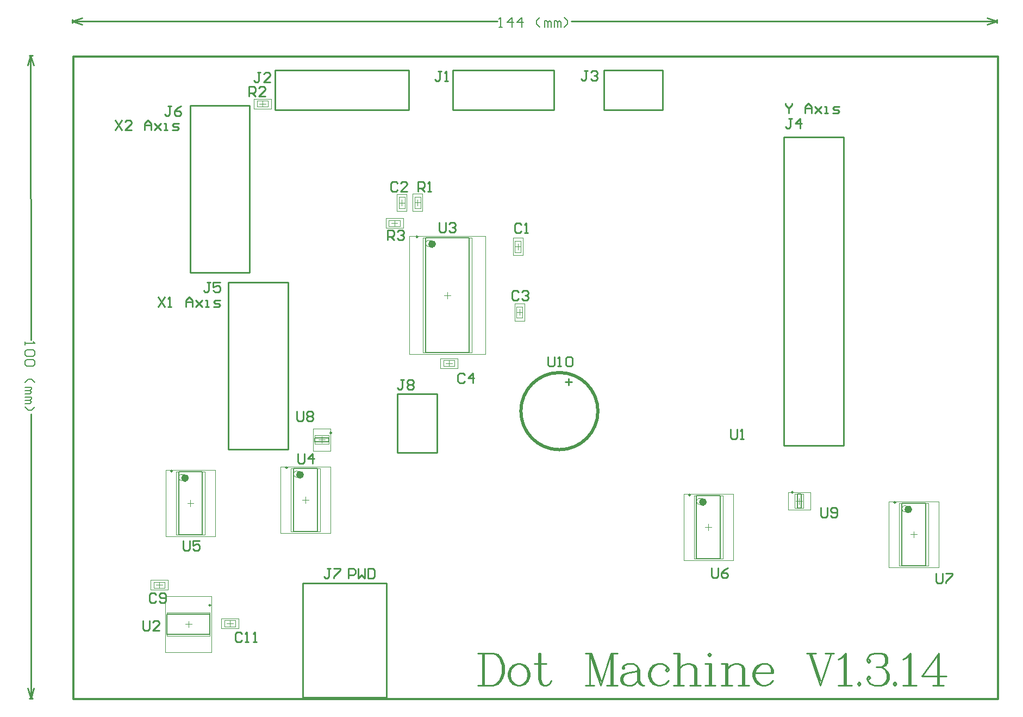
<source format=gto>
%FSLAX42Y42*%
%MOMM*%
G71*
G01*
G75*
%ADD10O,1.40X0.45*%
%ADD11R,0.40X0.80*%
%ADD12R,1.00X0.90*%
%ADD13R,0.90X1.00*%
%ADD14R,0.80X0.40*%
%ADD15O,1.90X0.60*%
%ADD16R,0.90X2.25*%
%ADD17R,3.25X2.25*%
%ADD18C,0.25*%
%ADD19C,0.40*%
%ADD20C,0.30*%
%ADD21C,0.80*%
%ADD22C,0.50*%
%ADD23C,0.10*%
%ADD24C,0.05*%
%ADD25C,0.15*%
%ADD26C,1.50*%
%ADD27C,5.00*%
%ADD28C,2.00*%
%ADD29C,1.27*%
%ADD30C,6.00*%
%ADD31C,0.60*%
%ADD32C,0.25*%
%ADD33C,0.20*%
D18*
X3574Y1806D02*
X4879D01*
X3574Y28D02*
X4879D01*
X3574D02*
Y1806D01*
X4879Y28D02*
Y1806D01*
X5911Y9164D02*
X7485D01*
Y9784D01*
X5911Y9164D02*
Y9784D01*
X7485D01*
X3147Y9164D02*
X5225D01*
X3147Y9784D02*
X5225D01*
Y9164D02*
Y9784D01*
X3147Y9164D02*
Y9784D01*
X8263Y9164D02*
X9177D01*
Y9784D01*
X8263Y9164D02*
Y9784D01*
X9177D01*
X5050Y3836D02*
Y4751D01*
Y3836D02*
X5670D01*
X5050Y4751D02*
X5670D01*
Y3836D02*
Y4751D01*
X1819Y6638D02*
X2746D01*
X1819Y9238D02*
X2746D01*
X1819Y6638D02*
Y9238D01*
X2746Y6638D02*
Y9238D01*
X2417Y3883D02*
X3344D01*
X2417Y6482D02*
X3344D01*
X2417Y3883D02*
Y6482D01*
X3344Y3883D02*
Y6482D01*
X11996Y3947D02*
Y8747D01*
X11069Y3947D02*
Y8747D01*
X11996D01*
X11069Y3947D02*
X11996D01*
X9945Y2040D02*
Y1913D01*
X9970Y1888D01*
X10021D01*
X10047Y1913D01*
Y2040D01*
X10199D02*
X10148Y2014D01*
X10097Y1964D01*
Y1913D01*
X10123Y1888D01*
X10174D01*
X10199Y1913D01*
Y1938D01*
X10174Y1964D01*
X10097D01*
X13435Y1957D02*
Y1830D01*
X13460Y1805D01*
X13511D01*
X13537Y1830D01*
Y1957D01*
X13587D02*
X13689D01*
Y1932D01*
X13587Y1830D01*
Y1805D01*
X10240Y4195D02*
Y4068D01*
X10265Y4042D01*
X10316D01*
X10342Y4068D01*
Y4195D01*
X10392Y4042D02*
X10443D01*
X10418D01*
Y4195D01*
X10392Y4169D01*
X3483Y4477D02*
Y4350D01*
X3508Y4325D01*
X3559D01*
X3584Y4350D01*
Y4477D01*
X3635Y4452D02*
X3660Y4477D01*
X3711D01*
X3736Y4452D01*
Y4427D01*
X3711Y4401D01*
X3736Y4376D01*
Y4350D01*
X3711Y4325D01*
X3660D01*
X3635Y4350D01*
Y4376D01*
X3660Y4401D01*
X3635Y4427D01*
Y4452D01*
X3660Y4401D02*
X3711D01*
X4009Y2030D02*
X3958D01*
X3984D01*
Y1903D01*
X3958Y1877D01*
X3933D01*
X3908Y1903D01*
X4060Y2030D02*
X4161D01*
Y2004D01*
X4060Y1903D01*
Y1877D01*
X1087Y1219D02*
Y1092D01*
X1113Y1067D01*
X1163D01*
X1189Y1092D01*
Y1219D01*
X1341Y1067D02*
X1239D01*
X1341Y1168D01*
Y1194D01*
X1316Y1219D01*
X1265D01*
X1239Y1194D01*
X11640Y2982D02*
Y2855D01*
X11665Y2830D01*
X11716D01*
X11742Y2855D01*
Y2982D01*
X11792Y2855D02*
X11818Y2830D01*
X11869D01*
X11894Y2855D01*
Y2957D01*
X11869Y2982D01*
X11818D01*
X11792Y2957D01*
Y2932D01*
X11818Y2906D01*
X11894D01*
X7397Y5328D02*
Y5201D01*
X7423Y5176D01*
X7473D01*
X7499Y5201D01*
Y5328D01*
X7550Y5176D02*
X7600D01*
X7575D01*
Y5328D01*
X7550Y5303D01*
X7677D02*
X7702Y5328D01*
X7753D01*
X7778Y5303D01*
Y5201D01*
X7753Y5176D01*
X7702D01*
X7677Y5201D01*
Y5303D01*
X1715Y2464D02*
Y2337D01*
X1740Y2311D01*
X1791D01*
X1816Y2337D01*
Y2464D01*
X1968D02*
X1867D01*
Y2388D01*
X1918Y2413D01*
X1943D01*
X1968Y2388D01*
Y2337D01*
X1943Y2311D01*
X1892D01*
X1867Y2337D01*
X3495Y3817D02*
Y3690D01*
X3520Y3665D01*
X3571D01*
X3597Y3690D01*
Y3817D01*
X3724Y3665D02*
Y3817D01*
X3647Y3741D01*
X3749D01*
X5702Y7417D02*
Y7290D01*
X5728Y7264D01*
X5778D01*
X5804Y7290D01*
Y7417D01*
X5855Y7391D02*
X5880Y7417D01*
X5931D01*
X5956Y7391D01*
Y7366D01*
X5931Y7341D01*
X5905D01*
X5931D01*
X5956Y7315D01*
Y7290D01*
X5931Y7264D01*
X5880D01*
X5855Y7290D01*
X4892Y7148D02*
Y7300D01*
X4968D01*
X4994Y7275D01*
Y7224D01*
X4968Y7198D01*
X4892D01*
X4943D02*
X4994Y7148D01*
X5044Y7275D02*
X5070Y7300D01*
X5121D01*
X5146Y7275D01*
Y7249D01*
X5121Y7224D01*
X5095D01*
X5121D01*
X5146Y7198D01*
Y7173D01*
X5121Y7148D01*
X5070D01*
X5044Y7173D01*
X8014Y9779D02*
X7963D01*
X7988D01*
Y9652D01*
X7963Y9627D01*
X7937D01*
X7912Y9652D01*
X8064Y9754D02*
X8090Y9779D01*
X8141D01*
X8166Y9754D01*
Y9728D01*
X8141Y9703D01*
X8115D01*
X8141D01*
X8166Y9677D01*
Y9652D01*
X8141Y9627D01*
X8090D01*
X8064Y9652D01*
X2740Y9378D02*
Y9530D01*
X2816D01*
X2842Y9504D01*
Y9454D01*
X2816Y9428D01*
X2740D01*
X2791D02*
X2842Y9378D01*
X2994D02*
X2892D01*
X2994Y9479D01*
Y9504D01*
X2969Y9530D01*
X2918D01*
X2892Y9504D01*
X6975Y7381D02*
X6949Y7407D01*
X6899D01*
X6873Y7381D01*
Y7280D01*
X6899Y7254D01*
X6949D01*
X6975Y7280D01*
X7026Y7254D02*
X7076D01*
X7051D01*
Y7407D01*
X7026Y7381D01*
X5052Y8029D02*
X5027Y8054D01*
X4976D01*
X4950Y8029D01*
Y7927D01*
X4976Y7902D01*
X5027D01*
X5052Y7927D01*
X5204Y7902D02*
X5103D01*
X5204Y8004D01*
Y8029D01*
X5179Y8054D01*
X5128D01*
X5103Y8029D01*
X6939Y6329D02*
X6914Y6355D01*
X6863D01*
X6838Y6329D01*
Y6228D01*
X6863Y6203D01*
X6914D01*
X6939Y6228D01*
X6990Y6329D02*
X7015Y6355D01*
X7066D01*
X7091Y6329D01*
Y6304D01*
X7066Y6279D01*
X7041D01*
X7066D01*
X7091Y6253D01*
Y6228D01*
X7066Y6203D01*
X7015D01*
X6990Y6228D01*
X6094Y5044D02*
X6069Y5070D01*
X6018D01*
X5992Y5044D01*
Y4943D01*
X6018Y4917D01*
X6069D01*
X6094Y4943D01*
X6221Y4917D02*
Y5070D01*
X6145Y4994D01*
X6246D01*
X5733Y9769D02*
X5682D01*
X5707D01*
Y9642D01*
X5682Y9616D01*
X5657D01*
X5631Y9642D01*
X5784Y9616D02*
X5834D01*
X5809D01*
Y9769D01*
X5784Y9743D01*
X5370Y7899D02*
Y8052D01*
X5446D01*
X5471Y8026D01*
Y7976D01*
X5446Y7950D01*
X5370D01*
X5420D02*
X5471Y7899D01*
X5522D02*
X5573D01*
X5547D01*
Y8052D01*
X5522Y8026D01*
X2918Y9756D02*
X2868D01*
X2893D01*
Y9629D01*
X2868Y9604D01*
X2842D01*
X2817Y9629D01*
X3071Y9604D02*
X2969D01*
X3071Y9705D01*
Y9731D01*
X3045Y9756D01*
X2995D01*
X2969Y9731D01*
X1289Y1627D02*
X1264Y1652D01*
X1213D01*
X1188Y1627D01*
Y1525D01*
X1213Y1500D01*
X1264D01*
X1289Y1525D01*
X1340D02*
X1365Y1500D01*
X1416D01*
X1441Y1525D01*
Y1627D01*
X1416Y1652D01*
X1365D01*
X1340Y1627D01*
Y1602D01*
X1365Y1576D01*
X1441D01*
X2624Y1012D02*
X2599Y1037D01*
X2548D01*
X2523Y1012D01*
Y910D01*
X2548Y885D01*
X2599D01*
X2624Y910D01*
X2675Y885D02*
X2726D01*
X2700D01*
Y1037D01*
X2675Y1012D01*
X2802Y885D02*
X2853D01*
X2827D01*
Y1037D01*
X2802Y1012D01*
X5149Y4967D02*
X5098D01*
X5124D01*
Y4840D01*
X5098Y4815D01*
X5073D01*
X5047Y4840D01*
X5200Y4942D02*
X5225Y4967D01*
X5276D01*
X5301Y4942D01*
Y4917D01*
X5276Y4891D01*
X5301Y4866D01*
Y4840D01*
X5276Y4815D01*
X5225D01*
X5200Y4840D01*
Y4866D01*
X5225Y4891D01*
X5200Y4917D01*
Y4942D01*
X5225Y4891D02*
X5276D01*
X11192Y9030D02*
X11141D01*
X11166D01*
Y8903D01*
X11141Y8878D01*
X11115D01*
X11090Y8903D01*
X11319Y8878D02*
Y9030D01*
X11242Y8954D01*
X11344D01*
X2132Y6487D02*
X2081D01*
X2106D01*
Y6360D01*
X2081Y6335D01*
X2055D01*
X2030Y6360D01*
X2284Y6487D02*
X2182D01*
Y6411D01*
X2233Y6437D01*
X2259D01*
X2284Y6411D01*
Y6360D01*
X2259Y6335D01*
X2208D01*
X2182Y6360D01*
X1527Y9230D02*
X1476D01*
X1501D01*
Y9103D01*
X1476Y9078D01*
X1450D01*
X1425Y9103D01*
X1679Y9230D02*
X1628Y9204D01*
X1577Y9154D01*
Y9103D01*
X1603Y9078D01*
X1654D01*
X1679Y9103D01*
Y9128D01*
X1654Y9154D01*
X1577D01*
X4290Y1875D02*
Y2027D01*
X4366D01*
X4392Y2002D01*
Y1951D01*
X4366Y1926D01*
X4290D01*
X4442Y2027D02*
Y1875D01*
X4493Y1926D01*
X4544Y1875D01*
Y2027D01*
X4595D02*
Y1875D01*
X4671D01*
X4696Y1900D01*
Y2002D01*
X4671Y2027D01*
X4595D01*
X657Y9007D02*
X759Y8855D01*
Y9007D02*
X657Y8855D01*
X911D02*
X810D01*
X911Y8957D01*
Y8982D01*
X886Y9007D01*
X835D01*
X810Y8982D01*
X1115Y8855D02*
Y8957D01*
X1165Y9007D01*
X1216Y8957D01*
Y8855D01*
Y8931D01*
X1115D01*
X1267Y8957D02*
X1368Y8855D01*
X1318Y8906D01*
X1368Y8957D01*
X1267Y8855D01*
X1419D02*
X1470D01*
X1445D01*
Y8957D01*
X1419D01*
X1546Y8855D02*
X1622D01*
X1648Y8880D01*
X1622Y8906D01*
X1572D01*
X1546Y8931D01*
X1572Y8957D01*
X1648D01*
X1323Y6252D02*
X1424Y6100D01*
Y6252D02*
X1323Y6100D01*
X1475D02*
X1526D01*
X1500D01*
Y6252D01*
X1475Y6227D01*
X1754Y6100D02*
Y6202D01*
X1805Y6252D01*
X1856Y6202D01*
Y6100D01*
Y6176D01*
X1754D01*
X1907Y6202D02*
X2008Y6100D01*
X1957Y6151D01*
X2008Y6202D01*
X1907Y6100D01*
X2059D02*
X2110D01*
X2084D01*
Y6202D01*
X2059D01*
X2186Y6100D02*
X2262D01*
X2287Y6125D01*
X2262Y6151D01*
X2211D01*
X2186Y6176D01*
X2211Y6202D01*
X2287D01*
X11090Y9267D02*
Y9242D01*
X11141Y9191D01*
X11192Y9242D01*
Y9267D01*
X11141Y9191D02*
Y9115D01*
X11395D02*
Y9217D01*
X11445Y9267D01*
X11496Y9217D01*
Y9115D01*
Y9191D01*
X11395D01*
X11547Y9217D02*
X11649Y9115D01*
X11598Y9166D01*
X11649Y9217D01*
X11547Y9115D01*
X11699D02*
X11750D01*
X11725D01*
Y9217D01*
X11699D01*
X11826Y9115D02*
X11903D01*
X11928Y9140D01*
X11903Y9166D01*
X11852D01*
X11826Y9191D01*
X11852Y9217D01*
X11928D01*
X7661Y4937D02*
X7763D01*
X7712Y4988D02*
Y4886D01*
X6374Y712D02*
Y212D01*
X6398Y712D02*
Y212D01*
X6303Y712D02*
X6541D01*
X6612Y689D01*
X6660Y641D01*
X6683Y593D01*
X6707Y522D01*
Y403D01*
X6683Y332D01*
X6660Y284D01*
X6612Y236D01*
X6541Y212D01*
X6303D01*
X6541Y712D02*
X6588Y689D01*
X6636Y641D01*
X6660Y593D01*
X6683Y522D01*
Y403D01*
X6660Y332D01*
X6636Y284D01*
X6588Y236D01*
X6541Y212D01*
X6917Y546D02*
X6845Y522D01*
X6798Y474D01*
X6774Y403D01*
Y355D01*
X6798Y284D01*
X6845Y236D01*
X6917Y212D01*
X6964D01*
X7036Y236D01*
X7083Y284D01*
X7107Y355D01*
Y403D01*
X7083Y474D01*
X7036Y522D01*
X6964Y546D01*
X6917D01*
X6869Y522D01*
X6821Y474D01*
X6798Y403D01*
Y355D01*
X6821Y284D01*
X6869Y236D01*
X6917Y212D01*
X6964D02*
X7012Y236D01*
X7059Y284D01*
X7083Y355D01*
Y403D01*
X7059Y474D01*
X7012Y522D01*
X6964Y546D01*
X7324Y212D02*
X7300Y236D01*
X7276Y308D01*
Y712D01*
X7252D01*
Y308D01*
X7276Y236D01*
X7324Y212D01*
X7371D01*
X7419Y236D01*
X7443Y284D01*
X7181Y546D02*
X7371D01*
X8045Y712D02*
Y212D01*
X8069Y712D02*
X8212Y284D01*
X8045Y712D02*
X8212Y212D01*
X8378Y712D02*
X8212Y212D01*
X8378Y712D02*
Y212D01*
X8402Y712D02*
Y212D01*
X7974Y712D02*
X8069D01*
X8378D02*
X8473D01*
X7974Y212D02*
X8116D01*
X8307D02*
X8473D01*
X8578Y498D02*
Y474D01*
X8554D01*
Y498D01*
X8578Y522D01*
X8626Y546D01*
X8721D01*
X8769Y522D01*
X8792Y498D01*
X8816Y451D01*
Y284D01*
X8840Y236D01*
X8864Y212D01*
X8792Y498D02*
Y284D01*
X8816Y236D01*
X8864Y212D01*
X8888D01*
X8792Y451D02*
X8769Y427D01*
X8626Y403D01*
X8554Y379D01*
X8531Y332D01*
Y284D01*
X8554Y236D01*
X8626Y212D01*
X8697D01*
X8745Y236D01*
X8792Y284D01*
X8626Y403D02*
X8578Y379D01*
X8554Y332D01*
Y284D01*
X8578Y236D01*
X8626Y212D01*
X9245Y474D02*
X9221Y451D01*
X9245Y427D01*
X9269Y451D01*
Y474D01*
X9221Y522D01*
X9173Y546D01*
X9102D01*
X9030Y522D01*
X8983Y474D01*
X8959Y403D01*
Y355D01*
X8983Y284D01*
X9030Y236D01*
X9102Y212D01*
X9150D01*
X9221Y236D01*
X9269Y284D01*
X9102Y546D02*
X9054Y522D01*
X9007Y474D01*
X8983Y403D01*
Y355D01*
X9007Y284D01*
X9054Y236D01*
X9102Y212D01*
X9416Y712D02*
Y212D01*
X9440Y712D02*
Y212D01*
Y474D02*
X9488Y522D01*
X9559Y546D01*
X9607D01*
X9678Y522D01*
X9702Y474D01*
Y212D01*
X9607Y546D02*
X9654Y522D01*
X9678Y474D01*
Y212D01*
X9345Y712D02*
X9440D01*
X9345Y212D02*
X9511D01*
X9607D02*
X9773D01*
X9909Y712D02*
X9885Y689D01*
X9909Y665D01*
X9933Y689D01*
X9909Y712D01*
Y546D02*
Y212D01*
X9933Y546D02*
Y212D01*
X9837Y546D02*
X9933D01*
X9837Y212D02*
X10004D01*
X10166Y546D02*
Y212D01*
X10190Y546D02*
Y212D01*
Y474D02*
X10237Y522D01*
X10309Y546D01*
X10356D01*
X10428Y522D01*
X10452Y474D01*
Y212D01*
X10356Y546D02*
X10404Y522D01*
X10428Y474D01*
Y212D01*
X10095Y546D02*
X10190D01*
X10095Y212D02*
X10261D01*
X10356D02*
X10523D01*
X10611Y403D02*
X10897D01*
Y451D01*
X10873Y498D01*
X10849Y522D01*
X10802Y546D01*
X10730D01*
X10659Y522D01*
X10611Y474D01*
X10587Y403D01*
Y355D01*
X10611Y284D01*
X10659Y236D01*
X10730Y212D01*
X10778D01*
X10849Y236D01*
X10897Y284D01*
X10873Y403D02*
Y474D01*
X10849Y522D01*
X10730Y546D02*
X10683Y522D01*
X10635Y474D01*
X10611Y403D01*
Y355D01*
X10635Y284D01*
X10683Y236D01*
X10730Y212D01*
X11470Y712D02*
X11637Y212D01*
X11494Y712D02*
X11637Y284D01*
X11804Y712D02*
X11637Y212D01*
X11423Y712D02*
X11566D01*
X11708D02*
X11851D01*
X11916Y617D02*
X11963Y641D01*
X12035Y712D01*
Y212D01*
X12011Y689D02*
Y212D01*
X11916D02*
X12130D01*
X12239Y260D02*
X12216Y236D01*
X12239Y212D01*
X12263Y236D01*
X12239Y260D01*
X12389Y617D02*
X12413Y593D01*
X12389Y570D01*
X12365Y593D01*
Y617D01*
X12389Y665D01*
X12413Y689D01*
X12485Y712D01*
X12580D01*
X12651Y689D01*
X12675Y641D01*
Y570D01*
X12651Y522D01*
X12580Y498D01*
X12508D01*
X12580Y712D02*
X12627Y689D01*
X12651Y641D01*
Y570D01*
X12627Y522D01*
X12580Y498D01*
X12627Y474D01*
X12675Y427D01*
X12699Y379D01*
Y308D01*
X12675Y260D01*
X12651Y236D01*
X12580Y212D01*
X12485D01*
X12413Y236D01*
X12389Y260D01*
X12365Y308D01*
Y332D01*
X12389Y355D01*
X12413Y332D01*
X12389Y308D01*
X12651Y451D02*
X12675Y379D01*
Y308D01*
X12651Y260D01*
X12627Y236D01*
X12580Y212D01*
X12796Y260D02*
X12773Y236D01*
X12796Y212D01*
X12820Y236D01*
X12796Y260D01*
X12923Y617D02*
X12970Y641D01*
X13042Y712D01*
Y212D01*
X13018Y689D02*
Y212D01*
X12923D02*
X13137D01*
X13460Y665D02*
Y212D01*
X13603Y355D02*
X13222D01*
X13484Y712D01*
Y212D01*
X13389D02*
X13556D01*
X-16Y10545D02*
X6610D01*
X7757D02*
X14384D01*
X-16D02*
X136Y10596D01*
X-16Y10545D02*
X136Y10494D01*
X14231Y10596D02*
X14384Y10545D01*
X14231Y10494D02*
X14384Y10545D01*
X-16Y10520D02*
Y10570D01*
X14384Y10520D02*
Y10570D01*
X-663Y10011D02*
X-662Y5585D01*
X-662Y4438D02*
X-662Y11D01*
X-663Y10011D02*
X-612Y9859D01*
X-713D02*
X-663Y10011D01*
X-662Y11D02*
X-612Y164D01*
X-713D02*
X-662Y11D01*
X-688Y10011D02*
X-637D01*
X-688Y11D02*
X-637D01*
D20*
X0Y10000D02*
X0Y0D01*
X0Y10000D02*
X14400D01*
Y0D02*
Y10000D01*
X0Y0D02*
X14400Y0D01*
D22*
X8172Y4480D02*
G03*
X8172Y4480I-600J0D01*
G01*
D23*
X9808Y3075D02*
G03*
X9808Y3075I-50J0D01*
G01*
X13006Y2960D02*
G03*
X13006Y2960I-50J0D01*
G01*
X1741Y3448D02*
G03*
X1741Y3448I-50J0D01*
G01*
X5589Y7089D02*
G03*
X5589Y7089I-50J0D01*
G01*
X3532Y3499D02*
G03*
X3532Y3499I-50J0D01*
G01*
X9668Y2185D02*
X10118D01*
X9668Y3165D02*
X10118D01*
Y2185D02*
Y3165D01*
X9668Y2185D02*
Y3165D01*
X12866Y2070D02*
X13316D01*
X12866Y3050D02*
X13316D01*
Y2070D02*
Y3050D01*
X12866Y2070D02*
Y3050D01*
X3760Y4103D02*
X3980D01*
X3760Y3967D02*
X3980D01*
Y4103D01*
X3760Y3967D02*
Y4103D01*
X5317Y7639D02*
X5412D01*
X5317Y7814D02*
X5412D01*
X5317Y7639D02*
Y7814D01*
X5412Y7639D02*
Y7814D01*
X5940Y5177D02*
Y5272D01*
X5765Y5177D02*
Y5272D01*
Y5177D02*
X5940D01*
X5765Y5272D02*
X5940D01*
X6904Y6107D02*
X6999D01*
X6904Y5932D02*
X6999D01*
Y6107D01*
X6904Y5932D02*
Y6107D01*
X5071Y7812D02*
X5166D01*
X5071Y7637D02*
X5166D01*
Y7812D01*
X5071Y7637D02*
Y7812D01*
X6879Y6953D02*
X6974D01*
X6879Y7128D02*
X6974D01*
X6879Y6953D02*
Y7128D01*
X6974Y6953D02*
Y7128D01*
X2861Y9216D02*
Y9311D01*
X3036Y9216D02*
Y9311D01*
X2861D02*
X3036D01*
X2861Y9216D02*
X3036D01*
X5091Y7357D02*
Y7452D01*
X4916Y7357D02*
Y7452D01*
Y7357D02*
X5091D01*
X4916Y7452D02*
X5091D01*
X1601Y2558D02*
X2051D01*
X1601Y3538D02*
X2051D01*
Y2558D02*
Y3538D01*
X1601Y2558D02*
Y3538D01*
X11240Y2967D02*
Y3188D01*
X11375Y2967D02*
Y3188D01*
X11240D02*
X11375D01*
X11240Y2967D02*
X11375D01*
X1252Y1727D02*
X1427D01*
X1252Y1823D02*
X1427D01*
Y1727D02*
Y1823D01*
X1252Y1727D02*
Y1823D01*
X5449Y5389D02*
X6209D01*
X5449Y7179D02*
X6209D01*
Y5389D02*
Y7179D01*
X5449Y5389D02*
Y7179D01*
X1461Y1348D02*
X2131D01*
X1461Y978D02*
X2131D01*
Y1348D01*
X1461Y978D02*
Y1348D01*
X2352Y1127D02*
Y1223D01*
X2527Y1127D02*
Y1223D01*
X2352D02*
X2527D01*
X2352Y1127D02*
X2527D01*
X3392Y2609D02*
X3842D01*
X3392Y3589D02*
X3842D01*
Y2609D02*
Y3589D01*
X3392Y2609D02*
Y3589D01*
X9893Y2625D02*
Y2725D01*
X9843Y2675D02*
X9943D01*
X13091Y2510D02*
Y2610D01*
X13041Y2560D02*
X13141D01*
X3870Y3985D02*
Y4085D01*
X3820Y4035D02*
X3920D01*
X5364Y7679D02*
Y7774D01*
X5317Y7727D02*
X5412D01*
X5805Y5225D02*
X5900D01*
X5852Y5177D02*
Y5272D01*
X6952Y5972D02*
Y6067D01*
X6904Y6020D02*
X6999D01*
X5118Y7677D02*
Y7772D01*
X5071Y7724D02*
X5166D01*
X6927Y6993D02*
Y7088D01*
X6879Y7041D02*
X6974D01*
X2901Y9263D02*
X2996D01*
X2949Y9216D02*
Y9311D01*
X4956Y7404D02*
X5051D01*
X5004Y7357D02*
Y7452D01*
X1826Y2998D02*
Y3098D01*
X1776Y3048D02*
X1876D01*
X11257Y3077D02*
X11357D01*
X11307Y3027D02*
Y3127D01*
X1340Y1727D02*
Y1823D01*
X1293Y1775D02*
X1388D01*
X5829Y6234D02*
Y6334D01*
X5779Y6284D02*
X5879D01*
X1796Y1113D02*
Y1213D01*
X1746Y1163D02*
X1846D01*
X2392Y1175D02*
X2488D01*
X2440Y1127D02*
Y1223D01*
X3617Y3049D02*
Y3149D01*
X3567Y3099D02*
X3667D01*
D24*
X9506Y2160D02*
X10281D01*
X9506Y3190D02*
X10281D01*
Y2160D02*
Y3190D01*
X9506Y2160D02*
Y3190D01*
X12704Y2045D02*
X13479D01*
X12704Y3075D02*
X13479D01*
Y2045D02*
Y3075D01*
X12704Y2045D02*
Y3075D01*
X3735Y4208D02*
X4005D01*
X3735Y3862D02*
X4005D01*
Y4208D01*
X3735Y3862D02*
Y4208D01*
X5289Y7592D02*
X5439D01*
X5289Y7862D02*
X5439D01*
X5289Y7592D02*
Y7862D01*
X5439Y7592D02*
Y7862D01*
X5987Y5150D02*
Y5300D01*
X5717Y5150D02*
Y5300D01*
Y5150D02*
X5987D01*
X5717Y5300D02*
X5987D01*
X6877Y6155D02*
X7027D01*
X6877Y5885D02*
X7027D01*
Y6155D01*
X6877Y5885D02*
Y6155D01*
X5043Y7859D02*
X5193D01*
X5043Y7589D02*
X5193D01*
Y7859D01*
X5043Y7589D02*
Y7859D01*
X6852Y6906D02*
X7002D01*
X6852Y7176D02*
X7002D01*
X6852Y6906D02*
Y7176D01*
X7002Y6906D02*
Y7176D01*
X2814Y9188D02*
Y9338D01*
X3084Y9188D02*
Y9338D01*
X2814D02*
X3084D01*
X2814Y9188D02*
X3084D01*
X5139Y7329D02*
Y7479D01*
X4869Y7329D02*
Y7479D01*
Y7329D02*
X5139D01*
X4869Y7479D02*
X5139D01*
X1439Y2533D02*
X2214D01*
X1439Y3563D02*
X2214D01*
Y2533D02*
Y3563D01*
X1439Y2533D02*
Y3563D01*
X11135Y2942D02*
Y3212D01*
X11480Y2942D02*
Y3212D01*
X11135D02*
X11480D01*
X11135Y2942D02*
X11480D01*
X1205Y1700D02*
X1475D01*
X1205Y1850D02*
X1475D01*
Y1700D02*
Y1850D01*
X1205Y1700D02*
Y1850D01*
X5237Y5364D02*
X6422D01*
X5237Y7204D02*
X6422D01*
Y5364D02*
Y7204D01*
X5237Y5364D02*
Y7204D01*
X1436Y1598D02*
X2156D01*
X1436Y728D02*
X2156D01*
Y1598D01*
X1436Y728D02*
Y1598D01*
X2305Y1100D02*
Y1250D01*
X2575Y1100D02*
Y1250D01*
X2305D02*
X2575D01*
X2305Y1100D02*
X2575D01*
X3229Y2584D02*
X4004D01*
X3229Y3614D02*
X4004D01*
Y2584D02*
Y3614D01*
X3229Y2584D02*
Y3614D01*
D25*
X6635Y10454D02*
X6686D01*
X6661D01*
Y10606D01*
X6635Y10581D01*
X6838Y10454D02*
Y10606D01*
X6762Y10530D01*
X6864D01*
X6991Y10454D02*
Y10606D01*
X6914Y10530D01*
X7016D01*
X7270Y10454D02*
X7219Y10504D01*
Y10555D01*
X7270Y10606D01*
X7346Y10454D02*
Y10555D01*
X7372D01*
X7397Y10530D01*
Y10454D01*
Y10530D01*
X7422Y10555D01*
X7448Y10530D01*
Y10454D01*
X7498D02*
Y10555D01*
X7524D01*
X7549Y10530D01*
Y10454D01*
Y10530D01*
X7575Y10555D01*
X7600Y10530D01*
Y10454D01*
X7651D02*
X7702Y10504D01*
Y10555D01*
X7651Y10606D01*
X-754Y5560D02*
Y5509D01*
Y5534D01*
X-602D01*
X-627Y5560D01*
Y5433D02*
X-602Y5407D01*
Y5357D01*
X-627Y5331D01*
X-729D01*
X-754Y5357D01*
Y5407D01*
X-729Y5433D01*
X-627D01*
Y5281D02*
X-602Y5255D01*
Y5204D01*
X-627Y5179D01*
X-729D01*
X-754Y5204D01*
Y5255D01*
X-729Y5281D01*
X-627D01*
X-754Y4925D02*
X-703Y4976D01*
X-652D01*
X-602Y4925D01*
X-754Y4849D02*
X-652D01*
Y4823D01*
X-678Y4798D01*
X-754D01*
X-678D01*
X-652Y4773D01*
X-678Y4747D01*
X-754D01*
Y4697D02*
X-652D01*
Y4671D01*
X-678Y4646D01*
X-754D01*
X-678D01*
X-652Y4620D01*
X-678Y4595D01*
X-754D01*
Y4544D02*
X-703Y4493D01*
X-652D01*
X-602Y4544D01*
D31*
X9838Y3065D02*
G03*
X9838Y3065I-30J0D01*
G01*
X13036Y2950D02*
G03*
X13036Y2950I-30J0D01*
G01*
X1771Y3438D02*
G03*
X1771Y3438I-30J0D01*
G01*
X5619Y7079D02*
G03*
X5619Y7079I-30J0D01*
G01*
X3562Y3489D02*
G03*
X3562Y3489I-30J0D01*
G01*
D32*
X9611Y3175D02*
G03*
X9611Y3175I-12J0D01*
G01*
X12809Y3060D02*
G03*
X12809Y3060I-12J0D01*
G01*
X4022Y4142D02*
G03*
X4022Y4142I-12J0D01*
G01*
X1544Y3548D02*
G03*
X1544Y3548I-12J0D01*
G01*
X11212Y3217D02*
G03*
X11212Y3217I-12J0D01*
G01*
X5367Y7194D02*
G03*
X5367Y7194I-12J0D01*
G01*
X2138Y1461D02*
G03*
X2138Y1461I-12J0D01*
G01*
X3334Y3599D02*
G03*
X3334Y3599I-12J0D01*
G01*
D33*
X9708Y2185D02*
X10078D01*
X9708Y3165D02*
X10078D01*
Y2185D02*
Y3165D01*
X9708Y2185D02*
Y3165D01*
X12906Y2070D02*
X13276D01*
X12906Y3050D02*
X13276D01*
Y2070D02*
Y3050D01*
X12906Y2070D02*
Y3050D01*
X3980Y4005D02*
Y4065D01*
X3760Y4005D02*
Y4065D01*
X3980D01*
X3760Y4005D02*
X3980D01*
X1641Y2558D02*
X2011D01*
X1641Y3538D02*
X2011D01*
Y2558D02*
Y3538D01*
X1641Y2558D02*
Y3538D01*
X11278Y3188D02*
X11338D01*
X11278Y2967D02*
X11338D01*
X11278D02*
Y3188D01*
X11338Y2967D02*
Y3188D01*
X5489Y5389D02*
X6169D01*
X5489Y7179D02*
X6169D01*
Y5389D02*
Y7179D01*
X5489Y5389D02*
Y7179D01*
X1461Y1318D02*
X2131D01*
X1461Y1008D02*
X2131D01*
Y1318D01*
X1461Y1008D02*
Y1318D01*
X3432Y2609D02*
X3802D01*
X3432Y3589D02*
X3802D01*
Y2609D02*
Y3589D01*
X3432Y2609D02*
Y3589D01*
M02*

</source>
